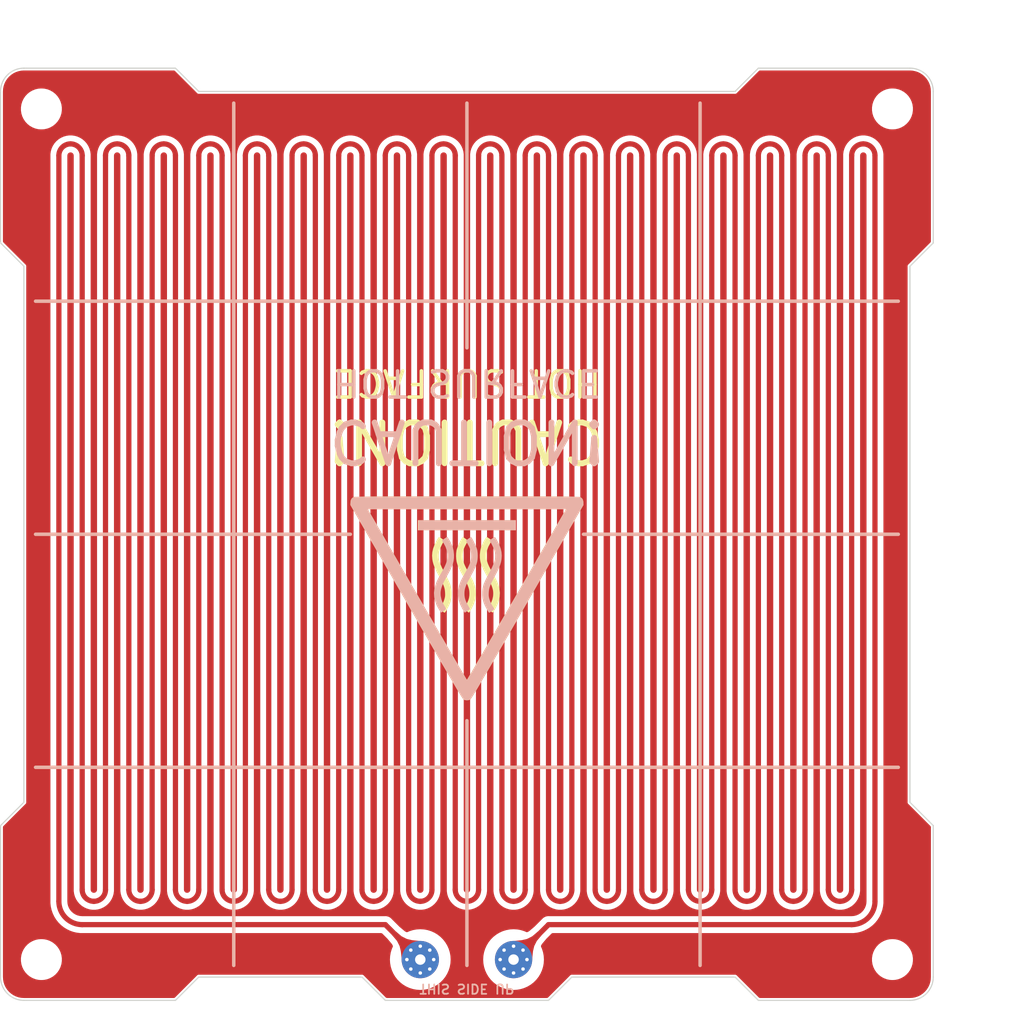
<source format=kicad_pcb>
(kicad_pcb (version 20221018) (generator pcbnew)
  (title_block (title "Reflow Hot Plate Heatbed") (date "2023-07-15") (rev "${REVISION}") (company "Author: I. Kajdan") (comment 1 "Promoter: A. Bondyra, Ph.D."))
  (layers (0 "F.Cu" signal) (31 "B.Cu" signal) (34 "B.Paste" user) (35 "F.Paste" user) (36 "B.SilkS" user "B.Silkscreen") (37 "F.SilkS" user "F.Silkscreen") (38 "B.Mask" user) (39 "F.Mask" user) (44 "Edge.Cuts" user))
  (property "REVISION" "1.0")
  (net 0 "")
  (net 1 "Net-(J1-Pin_1)")
  (footprint "MountingHole:MountingHole_3mm" (layer "F.Cu") (at 179.5 59.5)
    (fp_text reference "H3" hide)
    (fp_text value "3mm")
    (pad "" np_thru_hole circle (at 0 0) (size 3 3) (drill 3) (layers "*.Cu" "*.Mask"))
  )
  (footprint "MountingHole:MountingHole_3mm" (layer "F.Cu") (at 106.5 59.5)
    (fp_text reference "H4" hide)
    (fp_text value "3mm")
    (pad "" np_thru_hole circle (at 0 0) (size 3 3) (drill 3) (layers "*.Cu" "*.Mask"))
  )
  (footprint "Local_Library:Pogo_Pad" (layer "F.Cu") (at 139 132.5)
    (fp_text reference "J1" hide)
    (fp_text value "Conn_01x01" hide)
    (pad "1" thru_hole circle (at -1.15 0) (size 0.6 0.6) (drill 0.3) (layers "*.Cu" "*.Mask") (net 1 "Net-(J1-Pin_1)"))
    (pad "1" thru_hole circle (at -0.813173 -0.813173 45) (size 0.6 0.6) (drill 0.3) (layers "*.Cu" "*.Mask") (net 1 "Net-(J1-Pin_1)"))
    (pad "1" thru_hole circle (at -0.813173 0.813173 45) (size 0.6 0.6) (drill 0.3) (layers "*.Cu" "*.Mask") (net 1 "Net-(J1-Pin_1)"))
    (pad "1" thru_hole circle (at 0 -1.15) (size 0.6 0.6) (drill 0.3) (layers "*.Cu" "*.Mask") (net 1 "Net-(J1-Pin_1)"))
    (pad "1" thru_hole circle (at 0 0) (size 3.2 3.2) (drill 0.9) (layers "*.Cu" "*.Mask") (net 1 "Net-(J1-Pin_1)") (clearance 1))
    (pad "1" thru_hole circle (at 0 1.15) (size 0.6 0.6) (drill 0.3) (layers "*.Cu" "*.Mask") (net 1 "Net-(J1-Pin_1)"))
    (pad "1" thru_hole circle (at 0.813173 -0.813173 45) (size 0.6 0.6) (drill 0.3) (layers "*.Cu" "*.Mask") (net 1 "Net-(J1-Pin_1)"))
    (pad "1" thru_hole circle (at 0.813173 0.813173 45) (size 0.6 0.6) (drill 0.3) (layers "*.Cu" "*.Mask") (net 1 "Net-(J1-Pin_1)"))
    (pad "1" thru_hole circle (at 1.15 0) (size 0.6 0.6) (drill 0.3) (layers "*.Cu" "*.Mask") (net 1 "Net-(J1-Pin_1)"))
  )
  (footprint "MountingHole:MountingHole_3mm" (layer "F.Cu") (at 106.5 132.5)
    (fp_text reference "H1" hide)
    (fp_text value "3mm")
    (pad "" np_thru_hole circle (at 0 0) (size 3 3) (drill 3) (layers "*.Cu" "*.Mask"))
  )
  (footprint "Local_Library:Hot_Surface_Sign_20mm" (layer "F.Cu") (at 143 101.5 180)
    (fp_text reference "G***" hide)
    (fp_text value "LOGO" hide)
    (fp_poly (pts (xy 4.2 6.274901) (xy 4.2 6.708804) (xy 0.016666 6.708804) (xy -4.166667 6.708804) (xy -4.166667 6.274901) (xy -4.166667 5.840999) (xy 0.016666 5.840999) (xy 4.2 5.840999)) (fill solid) (layer "F.SilkS"))
    (fp_poly (pts (xy 0.030548 -1.08672) (xy 0.132254 -1.014458) (xy 0.211142 -0.957378) (xy 0.252687 -0.926013) (xy 0.255163 -0.923827) (xy 0.246078 -0.890415) (xy 0.209419 -0.812459) (xy 0.151567 -0.702857) (xy 0.102855 -0.615922) (xy -0.029289 -0.369078) (xy -0.121622 -0.154265) (xy -0.179393 0.045683) (xy -0.207851 0.247931) (xy -0.213084 0.417214) (xy -0.205832 0.581891) (xy -0.183966 0.740587) (xy -0.143919 0.90313) (xy -0.08212 1.079344) (xy 0.004997 1.279056) (xy 0.121003 1.512093) (xy 0.269467 1.78828) (xy 0.314241 1.86912) (xy 0.468809 2.151203) (xy 0.592231 2.387383) (xy 0.689157 2.588073) (xy 0.764233 2.763685) (xy 0.822108 2.924634) (xy 0.867429 3.081333) (xy 0.882286 3.141757) (xy 0.916892 3.359821) (xy 0.930566 3.611627) (xy 0.923352 3.868148) (xy 0.895298 4.100353) (xy 0.880683 4.170009) (xy 0.844498 4.286881) (xy 0.785584 4.44086) (xy 0.711453 4.615558) (xy 0.629619 4.794585) (xy 0.547598 4.961553) (xy 0.472902 5.100075) (xy 0.413046 5.193761) (xy 0.408779 5.199263) (xy 0.348547 5.275135) (xy 0.137655 5.126438) (xy 0.035905 5.054219) (xy -0.042748 4.997499) (xy -0.084017 4.966603) (xy -0.08657 4.96439) (xy -0.07707 4.931593) (xy -0.040479 4.854837) (xy 0.016492 4.747698) (xy 0.050649 4.686755) (xy 0.171023 4.463392) (xy 0.255888 4.272835) (xy 0.311551 4.095898) (xy 0.344317 3.913395) (xy 0.358267 3.750755) (xy 0.362564 3.569008) (xy 0.351818 3.399717) (xy 0.322695 3.232903) (xy 0.271861 3.058587) (xy 0.195983 2.866792) (xy 0.091726 2.647539) (xy -0.044244 2.390849) (xy -0.172899 2.160968) (xy -0.273714 1.980756) (xy -0.370938 1.801775) (xy -0.455938 1.64028) (xy -0.520079 1.512527) (xy -0.54064 1.468594) (xy -0.685629 1.072671) (xy -0.763999 0.678934) (xy -0.775746 0.287352) (xy -0.720868 -0.102103) (xy -0.599362 -0.48946) (xy -0.411225 -0.874748) (xy -0.274615 -1.092791) (xy -0.178807 -1.234334)) (fill solid) (layer "F.SilkS"))
    (fp_poly (pts (xy 1.950747 -1.216739) (xy 2.029168 -1.168448) (xy 2.130738 -1.099613) (xy 2.15596 -1.081741) (xy 2.370387 -0.928529) (xy 2.311673 -0.839757) (xy 2.166891 -0.608182) (xy 2.058667 -0.403179) (xy 1.976577 -0.203959) (xy 1.944244 -0.107007) (xy 1.9022 0.038024) (xy 1.878191 0.157224) (xy 1.869041 0.278048) (xy 1.87157 0.427954) (xy 1.8747 0.493782) (xy 1.885266 0.636316) (xy 1.903666 0.767898) (xy 1.933483 0.898097) (xy 1.978301 1.036484) (xy 2.041703 1.192627) (xy 2.127271 1.376096) (xy 2.23859 1.59646) (xy 2.379243 1.863288) (xy 2.406861 1.914952) (xy 2.570295 2.228237) (xy 2.700194 2.496778) (xy 2.800609 2.730965) (xy 2.875593 2.941187) (xy 2.929198 3.137833) (xy 2.965476 3.331293) (xy 2.969087 3.356433) (xy 2.990977 3.663523) (xy 2.968154 3.966274) (xy 2.89819 4.274339) (xy 2.77866 4.597375) (xy 2.607138 4.945036) (xy 2.53977 5.06498) (xy 2.476404 5.166979) (xy 2.421733 5.240998) (xy 2.386706 5.272375) (xy 2.38474 5.272604) (xy 2.342784 5.253686) (xy 2.263211 5.204499) (xy 2.161703 5.134869) (xy 2.140268 5.11944) (xy 1.930537 4.967261) (xy 2.000751 4.861751) (xy 2.105633 4.68382) (xy 2.209035 4.473229) (xy 2.299907 4.255231) (xy 2.367199 4.055077) (xy 2.386036 3.981229) (xy 2.420641 3.742683) (xy 2.416813 3.499794) (xy 2.372522 3.244121) (xy 2.285737 2.967225) (xy 2.154427 2.660666) (xy 1.992305 2.344722) (xy 1.821761 2.028628) (xy 1.682476 1.761021) (xy 1.571177 1.533281) (xy 1.484598 1.336792) (xy 1.419467 1.162935) (xy 1.372515 1.003092) (xy 1.340473 0.848645) (xy 1.320072 0.690975) (xy 1.309232 0.544198) (xy 1.306027 0.252064) (xy 1.3343 -0.0086) (xy 1.398718 -0.267444) (xy 1.467887 -0.463609) (xy 1.521441 -0.588613) (xy 1.590117 -0.729532) (xy 1.666727 -0.873849) (xy 1.744084 -1.009045) (xy 1.815003 -1.122602) (xy 1.872295 -1.202002) (xy 1.908773 -1.234726) (xy 1.910732 -1.234954)) (fill solid) (layer "F.SilkS"))
    (fp_poly (pts (xy -2.141176 -1.182323) (xy -2.059524 -1.126561) (xy -1.963485 -1.059629) (xy -1.87293 -0.995429) (xy -1.807726 -0.947863) (xy -1.791162 -0.934935) (xy -1.796204 -0.899119) (xy -1.830583 -0.820311) (xy -1.887989 -0.71193) (xy -1.929945 -0.639812) (xy -2.083575 -0.352993) (xy -2.186187 -0.084804) (xy -2.24348 0.181208) (xy -2.255701 0.300394) (xy -2.259602 0.465473) (xy -2.245545 0.630724) (xy -2.210742 0.80383) (xy -2.152403 0.992476) (xy -2.067742 1.204346) (xy -1.953969 1.447123) (xy -1.808296 1.728491) (xy -1.627936 2.056135) (xy -1.601759 2.102594) (xy -1.428633 2.424909) (xy -1.296623 2.70974) (xy -1.20218 2.969158) (xy -1.141757 3.215238) (xy -1.111805 3.460052) (xy -1.108774 3.715673) (xy -1.111214 3.771616) (xy -1.144204 4.091717) (xy -1.212151 4.379191) (xy -1.322518 4.662222) (xy -1.376347 4.77293) (xy -1.461831 4.934078) (xy -1.543023 5.074944) (xy -1.613364 5.185141) (xy -1.666298 5.254282) (xy -1.692085 5.273056) (xy -1.729673 5.25523) (xy -1.80643 5.208619) (xy -1.906891 5.14269) (xy -1.923805 5.131204) (xy -2.023407 5.060494) (xy -2.097156 5.002895) (xy -2.131273 4.969282) (xy -2.132139 4.966776) (xy -2.116198 4.929214) (xy -2.073007 4.851318) (xy -2.011394 4.748888) (xy -2.00158 4.733137) (xy -1.837217 4.427985) (xy -1.731635 4.127032) (xy -1.679799 3.815163) (xy -1.675691 3.754928) (xy -1.673777 3.554959) (xy -1.692701 3.362485) (xy -1.735881 3.167191) (xy -1.806733 2.958765) (xy -1.908673 2.726892) (xy -2.045118 2.46126) (xy -2.189819 2.202891) (xy -2.353075 1.913262) (xy -2.483346 1.667309) (xy -2.585553 1.453795) (xy -2.664617 1.261481) (xy -2.725459 1.07913) (xy -2.772999 0.895505) (xy -2.783666 0.846743) (xy -2.827244 0.480814) (xy -2.805874 0.106071) (xy -2.720013 -0.273362) (xy -2.63361 -0.511519) (xy -2.5656 -0.661271) (xy -2.487145 -0.81233) (xy -2.405205 -0.953727) (xy -2.326738 -1.074491) (xy -2.258705 -1.163654) (xy -2.208064 -1.210246) (xy -2.188573 -1.213013)) (fill solid) (layer "F.SilkS"))
    (fp_poly (pts (xy 0.182909 -8.723919) (xy 0.303403 -8.668548) (xy 0.319769 -8.652357) (xy 0.345805 -8.618586) (xy 0.382562 -8.565441) (xy 0.431088 -8.491128) (xy 0.492433 -8.393853) (xy 0.567648 -8.271821) (xy 0.657782 -8.123237) (xy 0.763884 -7.946309) (xy 0.887005 -7.73924) (xy 1.028194 -7.500237) (xy 1.1885 -7.227506) (xy 1.368974 -6.919253) (xy 1.570665 -6.573682) (xy 1.794622 -6.189001) (xy 2.041897 -5.763413) (xy 2.313537 -5.295126) (xy 2.610594 -4.782345) (xy 2.934116 -4.223275) (xy 3.285154 -3.616123) (xy 3.664756 -2.959094) (xy 4.073973 -2.250393) (xy 4.513855 -1.488226) (xy 4.985451 -0.6708) (xy 5.209397 -0.282543) (xy 10.002128 8.027201) (xy 9.991591 8.228884) (xy 9.959326 8.421214) (xy 9.883003 8.566464) (xy 9.759192 8.670479) (xy 9.720618 8.690629) (xy 9.705559 8.695996) (xy 9.682245 8.700999) (xy 9.648414 8.70565) (xy 9.6018 8.709961) (xy 9.54014 8.713945) (xy 9.461169 8.717615) (xy 9.362623 8.720983) (xy 9.242237 8.72406) (xy 9.097747 8.726861) (xy 8.92689 8.729397) (xy 8.727399 8.73168) (xy 8.497012 8.733723) (xy 8.233464 8.735539) (xy 7.934491 8.73714) (xy 7.597828 8.738538) (xy 7.221211 8.739745) (xy 6.802376 8.740775) (xy 6.339058 8.74164) (xy 5.828993 8.742352) (xy 5.269917 8.742923) (xy 4.659566 8.743366) (xy 3.995674 8.743694) (xy 3.275979 8.743918) (xy 2.498215 8.744052) (xy 1.660118 8.744107) (xy 0.759424 8.744097) (xy -0.005038 8.744049) (xy -0.957412 8.743953) (xy -1.845382 8.743809) (xy -2.671208 8.743607) (xy -3.437153 8.743333) (xy -4.145478 8.742974) (xy -4.798445 8.742518) (xy -5.398316 8.741952) (xy -5.947353 8.741263) (xy -6.447818 8.740439) (xy -6.901971 8.739466) (xy -7.312076 8.738333) (xy -7.680393 8.737025) (xy -8.009185 8.735532) (xy -8.300713 8.733839) (xy -8.557239 8.731934) (xy -8.781025 8.729804) (xy -8.974332 8.727437) (xy -9.139423 8.724819) (xy -9.278559 8.721939) (xy -9.394001 8.718783) (xy -9.488013 8.715339) (xy -9.562854 8.711594) (xy -9.620788 8.707535) (xy -9.664075 8.703149) (xy -9.694979 8.698424) (xy -9.715759 8.693346) (xy -9.726061 8.6893) (xy -9.857821 8.597993) (xy -9.940489 8.473847) (xy -9.979012 8.307659) (xy -9.983274 8.210775) (xy -9.983215 7.993824) (xy -9.781087 7.643364) (xy -8.496042 7.643364) (xy 0.003384 7.643364) (xy 8.50281 7.643364) (xy 8.420394 7.501511) (xy 8.396482 7.460246) (xy 8.340599 7.363742) (xy 8.254203 7.214517) (xy 8.138751 7.015089) (xy 7.9957 6.767976) (xy 7.826507 6.475694) (xy 7.632631 6.140763) (xy 7.415527 5.765699) (xy 7.176654 5.35302) (xy 6.917469 4.905244) (xy 6.639428 4.424889) (xy 6.34399 3.914471) (xy 6.032611 3.37651) (xy 5.706749 2.813521) (xy 5.367862 2.228024) (xy 5.017406 1.622535) (xy 4.656838 0.999573) (xy 4.287617 0.361655) (xy 4.184546 0.183574) (xy 3.814145 -0.456253) (xy 3.452412 -1.080845) (xy 3.100777 -1.687744) (xy 2.760668 -2.274494) (xy 2.433514 -2.838638) (xy 2.120744 -3.377718) (xy 1.823786 -3.889277) (xy 1.54407 -4.370858) (xy 1.283024 -4.820004) (xy 1.042076 -5.234259) (xy 0.822656 -5.611164) (xy 0.626192 -5.948262) (xy 0.454114 -6.243098) (xy 0.307849 -6.493212) (xy 0.188827 -6.69615) (xy 0.098476 -6.849452) (xy 0.038226 -6.950663) (xy 0.009504 -6.997324) (xy 0.007223 -7.00033) (xy -0.011656 -6.972379) (xy -0.063209 -6.887775) (xy -0.146766 -6.74767) (xy -0.261659 -6.553217) (xy -0.407216 -6.305569) (xy -0.582771 -6.005877) (xy -0.787652 -5.655295) (xy -1.021191 -5.254975) (xy -1.282718 -4.806069) (xy -1.571565 -4.309729) (xy -1.887062 -3.767109) (xy -2.228539 -3.17936) (xy -2.595327 -2.547636) (xy -2.986758 -1.873088) (xy -3.402161 -1.156869) (xy -3.840867 -0.400131) (xy -4.302208 0.395973) (xy -4.785513 1.23029) (xy -5.290114 2.101668) (xy -5.815341 3.008956) (xy -6.360525 3.950999) (xy -6.924997 4.926647) (xy -7.508087 5.934745) (xy -8.109126 6.974143) (xy -8.239688 7.199963) (xy -8.496042 7.643364) (xy -9.781087 7.643364) (xy -5.202925 -0.294486) (xy -4.720702 -1.130484) (xy -4.270642 -1.910482) (xy -3.85166 -2.636336) (xy -3.462667 -3.309906) (xy -3.102577 -3.933047) (xy -2.770302 -4.507618) (xy -2.464755 -5.035476) (xy -2.184848 -5.518479) (xy -1.929493 -5.958484) (xy -1.697605 -6.357349) (xy -1.488094 -6.716931) (xy -1.299875 -7.039087) (xy -1.131859 -7.325676) (xy -0.982959 -7.578554) (xy -0.852087 -7.799579) (xy -0.738157 -7.99061) (xy -0.640081 -8.153502) (xy -0.556771 -8.290114) (xy -0.487141 -8.402303) (xy -0.430103 -8.491927) (xy -0.384569 -8.560843) (xy -0.349452 -8.610909) (xy -0.323665 -8.643982) (xy -0.30612 -8.66192) (xy -0.303581 -8.663803) (xy -0.155843 -8.728542) (xy 0.01477 -8.748645)) (fill solid) (layer "F.SilkS"))
  )
  (footprint "MountingHole:MountingHole_3mm" (layer "F.Cu") (at 179.5 132.5)
    (fp_text reference "H2" hide)
    (fp_text value "3mm")
    (pad "" np_thru_hole circle (at 0 0) (size 3 3) (drill 3) (layers "*.Cu" "*.Mask"))
  )
  (footprint "Local_Library:Pogo_Pad" (layer "F.Cu") (at 147 132.5)
    (fp_text reference "J2" hide)
    (fp_text value "Conn_01x01" hide)
    (pad "1" thru_hole circle (at -1.15 0) (size 0.6 0.6) (drill 0.3) (layers "*.Cu" "*.Mask") (net 1 "Net-(J1-Pin_1)"))
    (pad "1" thru_hole circle (at -0.813173 -0.813173 45) (size 0.6 0.6) (drill 0.3) (layers "*.Cu" "*.Mask") (net 1 "Net-(J1-Pin_1)"))
    (pad "1" thru_hole circle (at -0.813173 0.813173 45) (size 0.6 0.6) (drill 0.3) (layers "*.Cu" "*.Mask") (net 1 "Net-(J1-Pin_1)"))
    (pad "1" thru_hole circle (at 0 -1.15) (size 0.6 0.6) (drill 0.3) (layers "*.Cu" "*.Mask") (net 1 "Net-(J1-Pin_1)"))
    (pad "1" thru_hole circle (at 0 0) (size 3.2 3.2) (drill 0.9) (layers "*.Cu" "*.Mask") (net 1 "Net-(J1-Pin_1)") (clearance 1))
    (pad "1" thru_hole circle (at 0 1.15) (size 0.6 0.6) (drill 0.3) (layers "*.Cu" "*.Mask") (net 1 "Net-(J1-Pin_1)"))
    (pad "1" thru_hole circle (at 0.813173 -0.813173 45) (size 0.6 0.6) (drill 0.3) (layers "*.Cu" "*.Mask") (net 1 "Net-(J1-Pin_1)"))
    (pad "1" thru_hole circle (at 0.813173 0.813173 45) (size 0.6 0.6) (drill 0.3) (layers "*.Cu" "*.Mask") (net 1 "Net-(J1-Pin_1)"))
    (pad "1" thru_hole circle (at 1.15 0) (size 0.6 0.6) (drill 0.3) (layers "*.Cu" "*.Mask") (net 1 "Net-(J1-Pin_1)"))
  )
  (footprint "Local_Library:Hot_Surface_Sign_20mm" (layer "B.Cu") (at 143 101.5)
    (fp_text reference "G***" hide)
    (fp_text value "LOGO" hide)
    (fp_poly (pts (xy 4.2 -6.274901) (xy 4.2 -6.708804) (xy 0.016666 -6.708804) (xy -4.166667 -6.708804) (xy -4.166667 -6.274901) (xy -4.166667 -5.840999) (xy 0.016666 -5.840999) (xy 4.2 -5.840999)) (fill solid) (layer "B.SilkS"))
    (fp_poly (pts (xy 0.030548 1.08672) (xy 0.132254 1.014458) (xy 0.211142 0.957378) (xy 0.252687 0.926013) (xy 0.255163 0.923827) (xy 0.246078 0.890415) (xy 0.209419 0.812459) (xy 0.151567 0.702857) (xy 0.102855 0.615922) (xy -0.029289 0.369078) (xy -0.121622 0.154265) (xy -0.179393 -0.045683) (xy -0.207851 -0.247931) (xy -0.213084 -0.417214) (xy -0.205832 -0.581891) (xy -0.183966 -0.740587) (xy -0.143919 -0.90313) (xy -0.08212 -1.079344) (xy 0.004997 -1.279056) (xy 0.121003 -1.512093) (xy 0.269467 -1.78828) (xy 0.314241 -1.86912) (xy 0.468809 -2.151203) (xy 0.592231 -2.387383) (xy 0.689157 -2.588073) (xy 0.764233 -2.763685) (xy 0.822108 -2.924634) (xy 0.867429 -3.081333) (xy 0.882286 -3.141757) (xy 0.916892 -3.359821) (xy 0.930566 -3.611627) (xy 0.923352 -3.868148) (xy 0.895298 -4.100353) (xy 0.880683 -4.170009) (xy 0.844498 -4.286881) (xy 0.785584 -4.44086) (xy 0.711453 -4.615558) (xy 0.629619 -4.794585) (xy 0.547598 -4.961553) (xy 0.472902 -5.100075) (xy 0.413046 -5.193761) (xy 0.408779 -5.199263) (xy 0.348547 -5.275135) (xy 0.137655 -5.126438) (xy 0.035905 -5.054219) (xy -0.042748 -4.997499) (xy -0.084017 -4.966603) (xy -0.08657 -4.96439) (xy -0.07707 -4.931593) (xy -0.040479 -4.854837) (xy 0.016492 -4.747698) (xy 0.050649 -4.686755) (xy 0.171023 -4.463392) (xy 0.255888 -4.272835) (xy 0.311551 -4.095898) (xy 0.344317 -3.913395) (xy 0.358267 -3.750755) (xy 0.362564 -3.569008) (xy 0.351818 -3.399717) (xy 0.322695 -3.232903) (xy 0.271861 -3.058587) (xy 0.195983 -2.866792) (xy 0.091726 -2.647539) (xy -0.044244 -2.390849) (xy -0.172899 -2.160968) (xy -0.273714 -1.980756) (xy -0.370938 -1.801775) (xy -0.455938 -1.64028) (xy -0.520079 -1.512527) (xy -0.54064 -1.468594) (xy -0.685629 -1.072671) (xy -0.763999 -0.678934) (xy -0.775746 -0.287352) (xy -0.720868 0.102103) (xy -0.599362 0.48946) (xy -0.411225 0.874748) (xy -0.274615 1.092791) (xy -0.178807 1.234334)) (fill solid) (layer "B.SilkS"))
    (fp_poly (pts (xy 1.950747 1.216739) (xy 2.029168 1.168448) (xy 2.130738 1.099613) (xy 2.15596 1.081741) (xy 2.370387 0.928529) (xy 2.311673 0.839757) (xy 2.166891 0.608182) (xy 2.058667 0.403179) (xy 1.976577 0.203959) (xy 1.944244 0.107007) (xy 1.9022 -0.038024) (xy 1.878191 -0.157224) (xy 1.869041 -0.278048) (xy 1.87157 -0.427954) (xy 1.8747 -0.493782) (xy 1.885266 -0.636316) (xy 1.903666 -0.767898) (xy 1.933483 -0.898097) (xy 1.978301 -1.036484) (xy 2.041703 -1.192627) (xy 2.127271 -1.376096) (xy 2.23859 -1.59646) (xy 2.379243 -1.863288) (xy 2.406861 -1.914952) (xy 2.570295 -2.228237) (xy 2.700194 -2.496778) (xy 2.800609 -2.730965) (xy 2.875593 -2.941187) (xy 2.929198 -3.137833) (xy 2.965476 -3.331293) (xy 2.969087 -3.356433) (xy 2.990977 -3.663523) (xy 2.968154 -3.966274) (xy 2.89819 -4.274339) (xy 2.77866 -4.597375) (xy 2.607138 -4.945036) (xy 2.53977 -5.06498) (xy 2.476404 -5.166979) (xy 2.421733 -5.240998) (xy 2.386706 -5.272375) (xy 2.38474 -5.272604) (xy 2.342784 -5.253686) (xy 2.263211 -5.204499) (xy 2.161703 -5.134869) (xy 2.140268 -5.11944) (xy 1.930537 -4.967261) (xy 2.000751 -4.861751) (xy 2.105633 -4.68382) (xy 2.209035 -4.473229) (xy 2.299907 -4.255231) (xy 2.367199 -4.055077) (xy 2.386036 -3.981229) (xy 2.420641 -3.742683) (xy 2.416813 -3.499794) (xy 2.372522 -3.244121) (xy 2.285737 -2.967225) (xy 2.154427 -2.660666) (xy 1.992305 -2.344722) (xy 1.821761 -2.028628) (xy 1.682476 -1.761021) (xy 1.571177 -1.533281) (xy 1.484598 -1.336792) (xy 1.419467 -1.162935) (xy 1.372515 -1.003092) (xy 1.340473 -0.848645) (xy 1.320072 -0.690975) (xy 1.309232 -0.544198) (xy 1.306027 -0.252064) (xy 1.3343 0.0086) (xy 1.398718 0.267444) (xy 1.467887 0.463609) (xy 1.521441 0.588613) (xy 1.590117 0.729532) (xy 1.666727 0.873849) (xy 1.744084 1.009045) (xy 1.815003 1.122602) (xy 1.872295 1.202002) (xy 1.908773 1.234726) (xy 1.910732 1.234954)) (fill solid) (layer "B.SilkS"))
    (fp_poly (pts (xy -2.141176 1.182323) (xy -2.059524 1.126561) (xy -1.963485 1.059629) (xy -1.87293 0.995429) (xy -1.807726 0.947863) (xy -1.791162 0.934935) (xy -1.796204 0.899119) (xy -1.830583 0.820311) (xy -1.887989 0.71193) (xy -1.929945 0.639812) (xy -2.083575 0.352993) (xy -2.186187 0.084804) (xy -2.24348 -0.181208) (xy -2.255701 -0.300394) (xy -2.259602 -0.465473) (xy -2.245545 -0.630724) (xy -2.210742 -0.80383) (xy -2.152403 -0.992476) (xy -2.067742 -1.204346) (xy -1.953969 -1.447123) (xy -1.808296 -1.728491) (xy -1.627936 -2.056135) (xy -1.601759 -2.102594) (xy -1.428633 -2.424909) (xy -1.296623 -2.70974) (xy -1.20218 -2.969158) (xy -1.141757 -3.215238) (xy -1.111805 -3.460052) (xy -1.108774 -3.715673) (xy -1.111214 -3.771616) (xy -1.144204 -4.091717) (xy -1.212151 -4.379191) (xy -1.322518 -4.662222) (xy -1.376347 -4.77293) (xy -1.461831 -4.934078) (xy -1.543023 -5.074944) (xy -1.613364 -5.185141) (xy -1.666298 -5.254282) (xy -1.692085 -5.273056) (xy -1.729673 -5.25523) (xy -1.80643 -5.208619) (xy -1.906891 -5.14269) (xy -1.923805 -5.131204) (xy -2.023407 -5.060494) (xy -2.097156 -5.002895) (xy -2.131273 -4.969282) (xy -2.132139 -4.966776) (xy -2.116198 -4.929214) (xy -2.073007 -4.851318) (xy -2.011394 -4.748888) (xy -2.00158 -4.733137) (xy -1.837217 -4.427985) (xy -1.731635 -4.127032) (xy -1.679799 -3.815163) (xy -1.675691 -3.754928) (xy -1.673777 -3.554959) (xy -1.692701 -3.362485) (xy -1.735881 -3.167191) (xy -1.806733 -2.958765) (xy -1.908673 -2.726892) (xy -2.045118 -2.46126) (xy -2.189819 -2.202891) (xy -2.353075 -1.913262) (xy -2.483346 -1.667309) (xy -2.585553 -1.453795) (xy -2.664617 -1.261481) (xy -2.725459 -1.07913) (xy -2.772999 -0.895505) (xy -2.783666 -0.846743) (xy -2.827244 -0.480814) (xy -2.805874 -0.106071) (xy -2.720013 0.273362) (xy -2.63361 0.511519) (xy -2.5656 0.661271) (xy -2.487145 0.81233) (xy -2.405205 0.953727) (xy -2.326738 1.074491) (xy -2.258705 1.163654) (xy -2.208064 1.210246) (xy -2.188573 1.213013)) (fill solid) (layer "B.SilkS"))
    (fp_poly (pts (xy 0.182909 8.723919) (xy 0.303403 8.668548) (xy 0.319769 8.652357) (xy 0.345805 8.618586) (xy 0.382562 8.565441) (xy 0.431088 8.491128) (xy 0.492433 8.393853) (xy 0.567648 8.271821) (xy 0.657782 8.123237) (xy 0.763884 7.946309) (xy 0.887005 7.73924) (xy 1.028194 7.500237) (xy 1.1885 7.227506) (xy 1.368974 6.919253) (xy 1.570665 6.573682) (xy 1.794622 6.189001) (xy 2.041897 5.763413) (xy 2.313537 5.295126) (xy 2.610594 4.782345) (xy 2.934116 4.223275) (xy 3.285154 3.616123) (xy 3.664756 2.959094) (xy 4.073973 2.250393) (xy 4.513855 1.488226) (xy 4.985451 0.6708) (xy 5.209397 0.282543) (xy 10.002128 -8.027201) (xy 9.991591 -8.228884) (xy 9.959326 -8.421214) (xy 9.883003 -8.566464) (xy 9.759192 -8.670479) (xy 9.720618 -8.690629) (xy 9.705559 -8.695996) (xy 9.682245 -8.700999) (xy 9.648414 -8.70565) (xy 9.6018 -8.709961) (xy 9.54014 -8.713945) (xy 9.461169 -8.717615) (xy 9.362623 -8.720983) (xy 9.242237 -8.72406) (xy 9.097747 -8.726861) (xy 8.92689 -8.729397) (xy 8.727399 -8.73168) (xy 8.497012 -8.733723) (xy 8.233464 -8.735539) (xy 7.934491 -8.73714) (xy 7.597828 -8.738538) (xy 7.221211 -8.739745) (xy 6.802376 -8.740775) (xy 6.339058 -8.74164) (xy 5.828993 -8.742352) (xy 5.269917 -8.742923) (xy 4.659566 -8.743366) (xy 3.995674 -8.743694) (xy 3.275979 -8.743918) (xy 2.498215 -8.744052) (xy 1.660118 -8.744107) (xy 0.759424 -8.744097) (xy -0.005038 -8.744049) (xy -0.957412 -8.743953) (xy -1.845382 -8.743809) (xy -2.671208 -8.743607) (xy -3.437153 -8.743333) (xy -4.145478 -8.742974) (xy -4.798445 -8.742518) (xy -5.398316 -8.741952) (xy -5.947353 -8.741263) (xy -6.447818 -8.740439) (xy -6.901971 -8.739466) (xy -7.312076 -8.738333) (xy -7.680393 -8.737025) (xy -8.009185 -8.735532) (xy -8.300713 -8.733839) (xy -8.557239 -8.731934) (xy -8.781025 -8.729804) (xy -8.974332 -8.727437) (xy -9.139423 -8.724819) (xy -9.278559 -8.721939) (xy -9.394001 -8.718783) (xy -9.488013 -8.715339) (xy -9.562854 -8.711594) (xy -9.620788 -8.707535) (xy -9.664075 -8.703149) (xy -9.694979 -8.698424) (xy -9.715759 -8.693346) (xy -9.726061 -8.6893) (xy -9.857821 -8.597993) (xy -9.940489 -8.473847) (xy -9.979012 -8.307659) (xy -9.983274 -8.210775) (xy -9.983215 -7.993824) (xy -9.781087 -7.643364) (xy -8.496042 -7.643364) (xy 0.003384 -7.643364) (xy 8.50281 -7.643364) (xy 8.420394 -7.501511) (xy 8.396482 -7.460246) (xy 8.340599 -7.363742) (xy 8.254203 -7.214517) (xy 8.138751 -7.015089) (xy 7.9957 -6.767976) (xy 7.826507 -6.475694) (xy 7.632631 -6.140763) (xy 7.415527 -5.765699) (xy 7.176654 -5.35302) (xy 6.917469 -4.905244) (xy 6.639428 -4.424889) (xy 6.34399 -3.914471) (xy 6.032611 -3.37651) (xy 5.706749 -2.813521) (xy 5.367862 -2.228024) (xy 5.017406 -1.622535) (xy 4.656838 -0.999573) (xy 4.287617 -0.361655) (xy 4.184546 -0.183574) (xy 3.814145 0.456253) (xy 3.452412 1.080845) (xy 3.100777 1.687744) (xy 2.760668 2.274494) (xy 2.433514 2.838638) (xy 2.120744 3.377718) (xy 1.823786 3.889277) (xy 1.54407 4.370858) (xy 1.283024 4.820004) (xy 1.042076 5.234259) (xy 0.822656 5.611164) (xy 0.626192 5.948262) (xy 0.454114 6.243098) (xy 0.307849 6.493212) (xy 0.188827 6.69615) (xy 0.098476 6.849452) (xy 0.038226 6.950663) (xy 0.009504 6.997324) (xy 0.007223 7.00033) (xy -0.011656 6.972379) (xy -0.063209 6.887775) (xy -0.146766 6.74767) (xy -0.261659 6.553217) (xy -0.407216 6.305569) (xy -0.582771 6.005877) (xy -0.787652 5.655295) (xy -1.021191 5.254975) (xy -1.282718 4.806069) (xy -1.571565 4.309729) (xy -1.887062 3.767109) (xy -2.228539 3.17936) (xy -2.595327 2.547636) (xy -2.986758 1.873088) (xy -3.402161 1.156869) (xy -3.840867 0.400131) (xy -4.302208 -0.395973) (xy -4.785513 -1.23029) (xy -5.290114 -2.101668) (xy -5.815341 -3.008956) (xy -6.360525 -3.950999) (xy -6.924997 -4.926647) (xy -7.508087 -5.934745) (xy -8.109126 -6.974143) (xy -8.239688 -7.199963) (xy -8.496042 -7.643364) (xy -9.781087 -7.643364) (xy -5.202925 0.294486) (xy -4.720702 1.130484) (xy -4.270642 1.910482) (xy -3.85166 2.636336) (xy -3.462667 3.309906) (xy -3.102577 3.933047) (xy -2.770302 4.507618) (xy -2.464755 5.035476) (xy -2.184848 5.518479) (xy -1.929493 5.958484) (xy -1.697605 6.357349) (xy -1.488094 6.716931) (xy -1.299875 7.039087) (xy -1.131859 7.325676) (xy -0.982959 7.578554) (xy -0.852087 7.799579) (xy -0.738157 7.99061) (xy -0.640081 8.153502) (xy -0.556771 8.290114) (xy -0.487141 8.402303) (xy -0.430103 8.491927) (xy -0.384569 8.560843) (xy -0.349452 8.610909) (xy -0.323665 8.643982) (xy -0.30612 8.66192) (xy -0.303581 8.663803) (xy -0.155843 8.728542) (xy 0.01477 8.748645)) (fill solid) (layer "B.SilkS"))
  )
  (gr_line (start 143 80) (end 143 59) (stroke (width 0.3)) (layer "B.SilkS"))
  (gr_line (start 123 133) (end 123 59) (stroke (width 0.3)) (layer "B.SilkS"))
  (gr_line (start 106 76) (end 180 76) (stroke (width 0.3)) (layer "B.SilkS"))
  (gr_line (start 153 96) (end 180 96) (stroke (width 0.3)) (layer "B.SilkS"))
  (gr_line (start 180 116) (end 106 116) (stroke (width 0.3)) (layer "B.SilkS"))
  (gr_line (start 106 96) (end 133 96) (stroke (width 0.3)) (layer "B.SilkS"))
  (gr_line (start 143 133) (end 143 112) (stroke (width 0.3)) (layer "B.SilkS"))
  (gr_line (start 163 133) (end 163 59) (stroke (width 0.3)) (layer "B.SilkS"))
  (gr_line (start 183 71) (end 181 73) (stroke (width 0.1)) (layer "Edge.Cuts"))
  (gr_line (start 118 56) (end 120 58) (stroke (width 0.1)) (layer "Edge.Cuts"))
  (gr_line (start 105 119) (end 103 121) (stroke (width 0.1)) (layer "Edge.Cuts"))
  (gr_line (start 150 136) (end 152 134) (stroke (width 0.1)) (layer "Edge.Cuts"))
  (gr_line (start 120 134) (end 118 136) (stroke (width 0.1)) (layer "Edge.Cuts"))
  (gr_line (start 120 58) (end 166 58) (stroke (width 0.1)) (layer "Edge.Cuts"))
  (gr_line (start 183 58) (end 183 71) (stroke (width 0.1)) (layer "Edge.Cuts"))
  (gr_arc (start 183 134) (mid 182.414214 135.414214) (end 181 136) (stroke (width 0.1)) (layer "Edge.Cuts"))
  (gr_arc (start 181 56) (mid 182.414214 56.585786) (end 183 58) (stroke (width 0.1)) (layer "Edge.Cuts"))
  (gr_line (start 134 134) (end 120 134) (stroke (width 0.1)) (layer "Edge.Cuts"))
  (gr_line (start 152 134) (end 166 134) (stroke (width 0.1)) (layer "Edge.Cuts"))
  (gr_line (start 103 71) (end 103 58) (stroke (width 0.1)) (layer "Edge.Cuts"))
  (gr_line (start 136 136) (end 134 134) (stroke (width 0.1)) (layer "Edge.Cuts"))
  (gr_arc (start 105 136) (mid 103.585786 135.414214) (end 103 134) (stroke (width 0.1)) (layer "Edge.Cuts"))
  (gr_line (start 105 56) (end 118 56) (stroke (width 0.1)) (layer "Edge.Cuts"))
  (gr_line (start 168 56) (end 181 56) (stroke (width 0.1)) (layer "Edge.Cuts"))
  (gr_line (start 181 119) (end 183 121) (stroke (width 0.1)) (layer "Edge.Cuts"))
  (gr_line (start 105 73) (end 105 119) (stroke (width 0.1)) (layer "Edge.Cuts"))
  (gr_line (start 181 73) (end 181 119) (stroke (width 0.1)) (layer "Edge.Cuts"))
  (gr_arc (start 103 58) (mid 103.585786 56.585786) (end 105 56) (stroke (width 0.1)) (layer "Edge.Cuts"))
  (gr_line (start 105 73) (end 103 71) (stroke (width 0.1)) (layer "Edge.Cuts"))
  (gr_line (start 166 58) (end 168 56) (stroke (width 0.1)) (layer "Edge.Cuts"))
  (gr_line (start 136 136) (end 150 136) (stroke (width 0.1)) (layer "Edge.Cuts"))
  (gr_line (start 183 121) (end 183 134) (stroke (width 0.1)) (layer "Edge.Cuts"))
  (gr_line (start 118 136) (end 105 136) (stroke (width 0.1)) (layer "Edge.Cuts"))
  (gr_line (start 166 134) (end 168 136) (stroke (width 0.1)) (layer "Edge.Cuts"))
  (gr_line (start 181 136) (end 168 136) (stroke (width 0.1)) (layer "Edge.Cuts"))
  (gr_line (start 103 134) (end 103 121) (stroke (width 0.1)) (layer "Edge.Cuts"))
  (gr_text "HOT SURFACE" (at 143 83 -180) (layer "B.SilkS") (effects (font (size 2.25 2.25) (thickness 0.3)) (justify mirror)))
  (gr_text "CAUTION!" (at 143 88 180) (layer "B.SilkS") (effects (font (size 3.5 3.5) (thickness 0.5)) (justify mirror)))
  (gr_text "THIS SIDE UP" (at 143 135 180) (layer "B.SilkS") (effects (font (size 0.8 0.8)) (justify mirror)))
  (gr_text "HOT SURFACE" (at 143 83 180) (layer "F.SilkS") (effects (font (size 2.25 2.25) (thickness 0.3))))
  (gr_text "CAUTION!" (at 143 88 180) (layer "F.SilkS") (effects (font (size 3.5 3.5) (thickness 0.5))))
  (segment (start 150 63.5) (end 150 126.5) (width 0.449) (layer "F.Cu") (net 1))
  (segment (start 144 126.5) (end 144 63.5) (width 0.449) (layer "F.Cu") (net 1))
  (segment (start 160 126.5) (end 160 63.5) (width 0.449) (layer "F.Cu") (net 1))
  (segment (start 128 126.5) (end 128 63.5) (width 0.449) (layer "F.Cu") (net 1))
  (segment (start 110 63.5) (end 110 126.5) (width 0.449) (layer "F.Cu") (net 1))
  (segment (start 136 129.5) (end 109.999998 129.5) (width 0.449) (layer "F.Cu") (net 1))
  (segment (start 142 63.5) (end 142 126.5) (width 0.449) (layer "F.Cu") (net 1))
  (segment (start 118 63.5) (end 118 126.5) (width 0.449) (layer "F.Cu") (net 1))
  (segment (start 146 63.5) (end 146 126.5) (width 0.449) (layer "F.Cu") (net 1))
  (segment (start 166 63.5) (end 166 126.5) (width 0.449) (layer "F.Cu") (net 1))
  (segment (start 124 126.5) (end 124 63.5) (width 0.449) (layer "F.Cu") (net 1))
  (segment (start 176.000001 129.5) (end 150 129.5) (width 0.449) (layer "F.Cu") (net 1))
  (segment (start 120 126.5) (end 120 63.5) (width 0.449) (layer "F.Cu") (net 1))
  (segment (start 168 126.5) (end 168 63.5) (width 0.449) (layer "F.Cu") (net 1))
  (segment (start 150 129.5) (end 147 132.5) (width 0.449) (layer "F.Cu") (net 1))
  (segment (start 136 126.5) (end 136 63.5) (width 0.449) (layer "F.Cu") (net 1))
  (segment (start 162 63.5) (end 162 126.5) (width 0.449) (layer "F.Cu") (net 1))
  (segment (start 130 63.5) (end 130 126.5) (width 0.449) (layer "F.Cu") (net 1))
  (segment (start 108 127.500001) (end 108 63.5) (width 0.449) (layer "F.Cu") (net 1))
  (segment (start 154 63.5) (end 154 126.5) (width 0.449) (layer "F.Cu") (net 1))
  (segment (start 112 126.5) (end 112 63.5) (width 0.449) (layer "F.Cu") (net 1))
  (segment (start 139 132.5) (end 136 129.5) (width 0.449) (layer "F.Cu") (net 1))
  (segment (start 114 63.5) (end 114 126.5) (width 0.449) (layer "F.Cu") (net 1))
  (segment (start 138 63.5) (end 138 126.5) (width 0.449) (layer "F.Cu") (net 1))
  (segment (start 158 63.5) (end 158 126.5) (width 0.449) (layer "F.Cu") (net 1))
  (segment (start 134 63.5) (end 134 126.5) (width 0.449) (layer "F.Cu") (net 1))
  (segment (start 116 126.5) (end 116 63.5) (width 0.449) (layer "F.Cu") (net 1))
  (segment (start 122 63.5) (end 122 126.5) (width 0.449) (layer "F.Cu") (net 1))
  (segment (start 140 126.5) (end 140 63.5) (width 0.449) (layer "F.Cu") (net 1))
  (segment (start 126 63.5) (end 126 126.5) (width 0.449) (layer "F.Cu") (net 1))
  (segment (start 132 126.5) (end 132 63.5) (width 0.449) (layer "F.Cu") (net 1))
  (segment (start 170 63.5) (end 170 126.5) (width 0.449) (layer "F.Cu") (net 1))
  (segment (start 176 126.5) (end 176 63.5) (width 0.449) (layer "F.Cu") (net 1))
  (segment (start 156 126.5) (end 156 63.5) (width 0.449) (layer "F.Cu") (net 1))
  (segment (start 164 126.5) (end 164 63.5) (width 0.449) (layer "F.Cu") (net 1))
  (segment (start 174 63.5) (end 174 126.5) (width 0.449) (layer "F.Cu") (net 1))
  (segment (start 152 126.5) (end 152 63.5) (width 0.449) (layer "F.Cu") (net 1))
  (segment (start 148 126.5) (end 148 63.5) (width 0.449) (layer "F.Cu") (net 1))
  (segment (start 178 63.5) (end 178 127.500001) (width 0.449) (layer "F.Cu") (net 1))
  (segment (start 172 126.5) (end 172 63.5) (width 0.449) (layer "F.Cu") (net 1))
  (arc (start 174 126.5) (mid 174.292893 127.207106) (end 175 127.5) (width 0.449) (layer "F.Cu") (net 1))
  (arc (start 163 127.5) (mid 163.707106 127.207106) (end 164 126.5) (width 0.449) (layer "F.Cu") (net 1))
  (arc (start 120 63.5) (mid 120.292893 62.792893) (end 121 62.5) (width 0.449) (layer "F.Cu") (net 1))
  (arc (start 116 63.5) (mid 116.292893 62.792893) (end 117 62.5) (width 0.449) (layer "F.Cu") (net 1))
  (arc (start 128 63.5) (mid 128.292893 62.792893) (end 129 62.5) (width 0.449) (layer "F.Cu") (net 1))
  (arc (start 109 62.5) (mid 109.707106 62.792893) (end 110 63.5) (width 0.449) (layer "F.Cu") (net 1))
  (arc (start 173 62.5) (mid 173.707106 62.792893) (end 174 63.5) (width 0.449) (layer "F.Cu") (net 1))
  (arc (start 177 62.5) (mid 177.707106 62.792893) (end 178 63.5) (width 0.449) (layer "F.Cu") (net 1))
  (arc (start 164 63.5) (mid 164.292893 62.792893) (end 165 62.5) (width 0.449) (layer "F.Cu") (net 1))
  (arc (start 110 126.5) (mid 110.292893 127.207106) (end 111 127.5) (width 0.449) (layer "F.Cu") (net 1))
  (arc (start 109.999998 129.5) (mid 108.585786 128.914213) (end 108 127.500001) (width 0.449) (layer "F.Cu") (net 1))
  (arc (start 144 63.5) (mid 144.292893 62.792893) (end 145 62.5) (width 0.449) (layer "F.Cu") (net 1))
  (arc (start 112 63.5) (mid 112.292893 62.792893) (end 113 62.5) (width 0.449) (layer "F.Cu") (net 1))
  (arc (start 127 127.5) (mid 127.707106 127.207106) (end 128 126.5) (width 0.449) (layer "F.Cu") (net 1))
  (arc (start 162 126.5) (mid 162.292893 127.207106) (end 163 127.5) (width 0.449) (layer "F.Cu") (net 1))
  (arc (start 166 126.5) (mid 166.292893 127.207106) (end 167 127.5) (width 0.449) (layer "F.Cu") (net 1))
  (arc (start 150 126.5) (mid 150.292893 127.207106) (end 151 127.5) (width 0.449) (layer "F.Cu") (net 1))
  (arc (start 108 63.5) (mid 108.292893 62.792893) (end 109 62.5) (width 0.449) (layer "F.Cu") (net 1))
  (arc (start 171 127.5) (mid 171.707106 127.207106) (end 172 126.5) (width 0.449) (layer "F.Cu") (net 1))
  (arc (start 156 63.5) (mid 156.292893 62.792893) (end 157 62.5) (width 0.449) (layer "F.Cu") (net 1))
  (arc (start 170 126.5) (mid 170.292893 127.207106) (end 171 127.5) (width 0.449) (layer "F.Cu") (net 1))
  (arc (start 135 127.5) (mid 135.707106 127.207106) (end 136 126.5) (width 0.449) (layer "F.Cu") (net 1))
  (arc (start 141 62.5) (mid 141.707106 62.792893) (end 142 63.5) (width 0.449) (layer "F.Cu") (net 1))
  (arc (start 126 126.5) (mid 126.292893 127.207106) (end 127 127.5) (width 0.449) (layer "F.Cu") (net 1))
  (arc (start 145 62.5) (mid 145.707106 62.792893) (end 146 63.5) (width 0.449) (layer "F.Cu") (net 1))
  (arc (start 167 127.5) (mid 167.707106 127.207106) (end 168 126.5) (width 0.449) (layer "F.Cu") (net 1))
  (arc (start 137 62.5) (mid 137.707106 62.792893) (end 138 63.5) (width 0.449) (layer "F.Cu") (net 1))
  (arc (start 149 62.5) (mid 149.707106 62.792893) (end 150 63.5) (width 0.449) (layer "F.Cu") (net 1))
  (arc (start 152 63.5) (mid 152.292893 62.792893) (end 153 62.5) (width 0.449) (layer "F.Cu") (net 1))
  (arc (start 165 62.5) (mid 165.707106 62.792893) (end 166 63.5) (width 0.449) (layer "F.Cu") (net 1))
  (arc (start 111 127.5) (mid 111.707106 127.207106) (end 112 126.5) (width 0.449) (layer "F.Cu") (net 1))
  (arc (start 147 127.5) (mid 147.707106 127.207106) (end 148 126.5) (width 0.449) (layer "F.Cu") (net 1))
  (arc (start 124 63.5) (mid 124.292893 62.792893) (end 125 62.5) (width 0.449) (layer "F.Cu") (net 1))
  (arc (start 160 63.5) (mid 160.292893 62.792893) (end 161 62.5) (width 0.449) (layer "F.Cu") (net 1))
  (arc (start 121 62.5) (mid 121.707106 62.792893) (end 122 63.5) (width 0.449) (layer "F.Cu") (net 1))
  (arc (start 143 127.5) (mid 143.707106 127.207106) (end 144 126.5) (width 0.449) (layer "F.Cu") (net 1))
  (arc (start 142 126.5) (mid 142.292893 127.207106) (end 143 127.5) (width 0.449) (layer "F.Cu") (net 1))
  (arc (start 119 127.5) (mid 119.707106 127.207106) (end 120 126.5) (width 0.449) (layer "F.Cu") (net 1))
  (arc (start 159 127.5) (mid 159.707106 127.207106) (end 160 126.5) (width 0.449) (layer "F.Cu") (net 1))
  (arc (start 123 127.5) (mid 123.707106 127.207106) (end 124 126.5) (width 0.449) (layer "F.Cu") (net 1))
  (arc (start 125 62.5) (mid 125.707106 62.792893) (end 126 63.5) (width 0.449) (layer "F.Cu") (net 1))
  (arc (start 114 126.5) (mid 114.292893 127.207106) (end 115 127.5) (width 0.449) (layer "F.Cu") (net 1))
  (arc (start 132 63.5) (mid 132.292893 62.792893) (end 133 62.5) (width 0.449) (layer "F.Cu") (net 1))
  (arc (start 134 126.5) (mid 134.292893 127.207106) (end 135 127.5) (width 0.449) (layer "F.Cu") (net 1))
  (arc (start 133 62.5) (mid 133.707106 62.792893) (end 134 63.5) (width 0.449) (layer "F.Cu") (net 1))
  (arc (start 117 62.5) (mid 117.707106 62.792893) (end 118 63.5) (width 0.449) (layer "F.Cu") (net 1))
  (arc (start 148 63.5) (mid 148.292893 62.792893) (end 149 62.5) (width 0.449) (layer "F.Cu") (net 1))
  (arc (start 136 63.5) (mid 136.292893 62.792893) (end 137 62.5) (width 0.449) (layer "F.Cu") (net 1))
  (arc (start 155 127.5) (mid 155.707106 127.207106) (end 156 126.5) (width 0.449) (layer "F.Cu") (net 1))
  (arc (start 115 127.5) (mid 115.707106 127.207106) (end 116 126.5) (width 0.449) (layer "F.Cu") (net 1))
  (arc (start 169 62.5) (mid 169.707106 62.792893) (end 170 63.5) (width 0.449) (layer "F.Cu") (net 1))
  (arc (start 146 126.5) (mid 146.292893 127.207106) (end 147 127.5) (width 0.449) (layer "F.Cu") (net 1))
  (arc (start 138 126.5) (mid 138.292893 127.207106) (end 139 127.5) (width 0.449) (layer "F.Cu") (net 1))
  (arc (start 131 127.5) (mid 131.707106 127.207106) (end 132 126.5) (width 0.449) (layer "F.Cu") (net 1))
  (arc (start 172 63.5) (mid 172.292893 62.792893) (end 173 62.5) (width 0.449) (layer "F.Cu") (net 1))
  (arc (start 139 127.5) (mid 139.707106 127.207106) (end 140 126.5) (width 0.449) (layer "F.Cu") (net 1))
  (arc (start 113 62.5) (mid 113.707106 62.792893) (end 114 63.5) (width 0.449) (layer "F.Cu") (net 1))
  (arc (start 130 126.5) (mid 130.292893 127.207106) (end 131 127.5) (width 0.449) (layer "F.Cu") (net 1))
  (arc (start 176 63.5) (mid 176.292893 62.792893) (end 177 62.5) (width 0.449) (layer "F.Cu") (net 1))
  (arc (start 140 63.5) (mid 140.292893 62.792893) (end 141 62.5) (width 0.449) (layer "F.Cu") (net 1))
  (arc (start 154 126.5) (mid 154.292893 127.207106) (end 155 127.5) (width 0.449) (layer "F.Cu") (net 1))
  (arc (start 161 62.5) (mid 161.707106 62.792893) (end 162 63.5) (width 0.449) (layer "F.Cu") (net 1))
  (arc (start 118 126.5) (mid 118.292893 127.207106) (end 119 127.5) (width 0.449) (layer "F.Cu") (net 1))
  (arc (start 151 127.5) (mid 151.707106 127.207106) (end 152 126.5) (width 0.449) (layer "F.Cu") (net 1))
  (arc (start 122 126.5) (mid 122.292893 127.207106) (end 123 127.5) (width 0.449) (layer "F.Cu") (net 1))
  (arc (start 157 62.5) (mid 157.707106 62.792893) (end 158 63.5) (width 0.449) (layer "F.Cu") (net 1))
  (arc (start 178 127.500001) (mid 177.414214 128.914214) (end 176.000001 129.5) (width 0.449) (layer "F.Cu") (net 1))
  (arc (start 129 62.5) (mid 129.707106 62.792893) (end 130 63.5) (width 0.449) (layer "F.Cu") (net 1))
  (arc (start 175 127.5) (mid 175.707106 127.207106) (end 176 126.5) (width 0.449) (layer "F.Cu") (net 1))
  (arc (start 158 126.5) (mid 158.292893 127.207106) (end 159 127.5) (width 0.449) (layer "F.Cu") (net 1))
  (arc (start 153 62.5) (mid 153.707106 62.792893) (end 154 63.5) (width 0.449) (layer "F.Cu") (net 1))
  (arc (start 168 63.5) (mid 168.292893 62.792893) (end 169 62.5) (width 0.449) (layer "F.Cu") (net 1))
  (zone (net 0) (net_name "") (layer "F.Cu") (connect_pads (clearance 0.5)) (min_thickness 0.25) (fill yes (thermal_gap 0.5) (thermal_bridge_width 0.5) (island_removal_mode 1) (island_area_min 10))
    (polygon (pts (xy 103 56) (xy 183 56) (xy 183 136) (xy 103 136)))
  )
)
</source>
